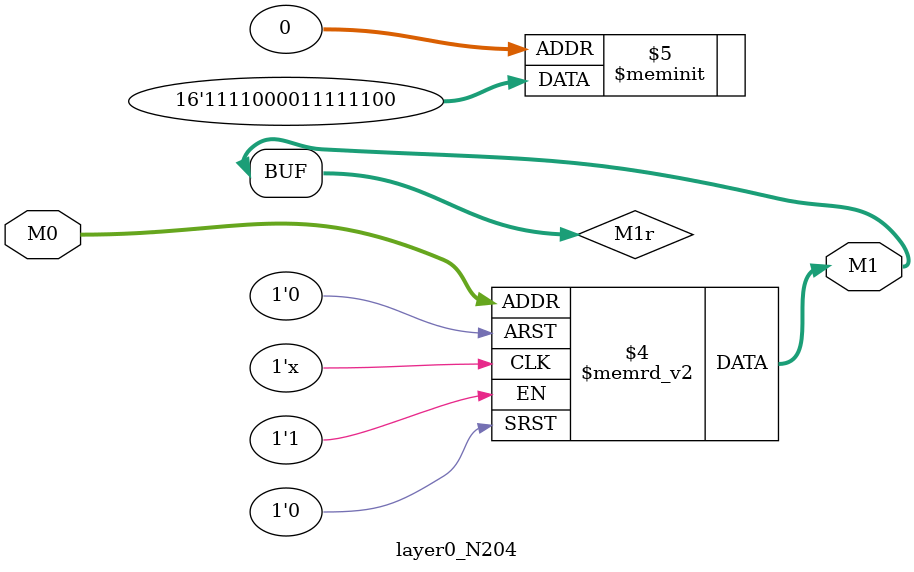
<source format=v>
module layer0_N204 ( input [2:0] M0, output [1:0] M1 );

	(*rom_style = "distributed" *) reg [1:0] M1r;
	assign M1 = M1r;
	always @ (M0) begin
		case (M0)
			3'b000: M1r = 2'b00;
			3'b100: M1r = 2'b00;
			3'b010: M1r = 2'b11;
			3'b110: M1r = 2'b11;
			3'b001: M1r = 2'b11;
			3'b101: M1r = 2'b00;
			3'b011: M1r = 2'b11;
			3'b111: M1r = 2'b11;

		endcase
	end
endmodule

</source>
